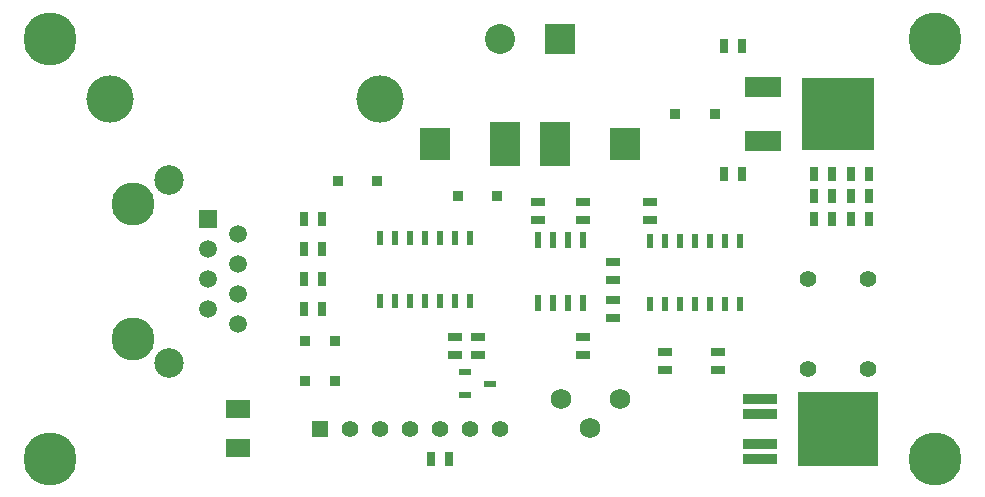
<source format=gts>
G04 (created by PCBNEW (2013-may-18)-stable) date Wed 22 Oct 2014 04:48:08 PM CEST*
%MOIN*%
G04 Gerber Fmt 3.4, Leading zero omitted, Abs format*
%FSLAX34Y34*%
G01*
G70*
G90*
G04 APERTURE LIST*
%ADD10C,0.00590551*%
%ADD11C,0.0689*%
%ADD12C,0.055*%
%ADD13R,0.0394X0.0236*%
%ADD14R,0.0335X0.0335*%
%ADD15R,0.0236X0.0551*%
%ADD16R,0.08X0.06*%
%ADD17R,0.025X0.045*%
%ADD18R,0.045X0.025*%
%ADD19C,0.1437*%
%ADD20R,0.0591X0.0591*%
%ADD21C,0.0591*%
%ADD22C,0.0984252*%
%ADD23R,0.12X0.065*%
%ADD24R,0.24X0.24*%
%ADD25R,0.1004X0.1063*%
%ADD26R,0.1004X0.1496*%
%ADD27R,0.1X0.1*%
%ADD28C,0.1*%
%ADD29R,0.02X0.045*%
%ADD30R,0.055X0.055*%
%ADD31C,0.177165*%
%ADD32R,0.2677X0.2461*%
%ADD33R,0.1181X0.0319*%
%ADD34C,0.1575*%
G04 APERTURE END LIST*
G54D10*
G54D11*
X67234Y-31008D03*
X66250Y-31992D03*
X65266Y-31008D03*
G54D12*
X73500Y-27000D03*
X75500Y-27000D03*
X73500Y-30000D03*
X75500Y-30000D03*
G54D13*
X62084Y-30125D03*
X62916Y-30500D03*
X62084Y-30875D03*
G54D14*
X70409Y-21500D03*
X69091Y-21500D03*
G54D15*
X66000Y-27800D03*
X66000Y-25700D03*
X65500Y-27800D03*
X65000Y-27800D03*
X64500Y-27800D03*
X65500Y-25700D03*
X65000Y-25700D03*
X64500Y-25700D03*
G54D16*
X54500Y-31350D03*
X54500Y-32650D03*
G54D17*
X74950Y-25000D03*
X75550Y-25000D03*
G54D18*
X68750Y-29450D03*
X68750Y-30050D03*
X66000Y-28950D03*
X66000Y-29550D03*
X70500Y-29450D03*
X70500Y-30050D03*
G54D17*
X73700Y-25000D03*
X74300Y-25000D03*
G54D18*
X66000Y-24450D03*
X66000Y-25050D03*
X62500Y-28950D03*
X62500Y-29550D03*
X67000Y-26450D03*
X67000Y-27050D03*
X67000Y-27700D03*
X67000Y-28300D03*
X68250Y-25050D03*
X68250Y-24450D03*
G54D17*
X60950Y-33000D03*
X61550Y-33000D03*
G54D18*
X61750Y-28950D03*
X61750Y-29550D03*
G54D17*
X71300Y-19250D03*
X70700Y-19250D03*
G54D18*
X64500Y-24450D03*
X64500Y-25050D03*
G54D17*
X74950Y-24250D03*
X75550Y-24250D03*
X73700Y-24250D03*
X74300Y-24250D03*
X74950Y-23500D03*
X75550Y-23500D03*
X73700Y-23500D03*
X74300Y-23500D03*
X71300Y-23500D03*
X70700Y-23500D03*
G54D19*
X51000Y-29000D03*
X51000Y-24500D03*
G54D20*
X53500Y-25000D03*
G54D21*
X54500Y-25500D03*
X53500Y-26000D03*
X54500Y-26500D03*
X53500Y-27000D03*
X54500Y-27500D03*
X53500Y-28000D03*
X54500Y-28500D03*
G54D22*
X52200Y-23700D03*
X52200Y-29800D03*
G54D23*
X72000Y-20600D03*
G54D24*
X74500Y-21500D03*
G54D23*
X72000Y-22400D03*
G54D25*
X67431Y-22500D03*
G54D26*
X65069Y-22500D03*
G54D25*
X61069Y-22500D03*
G54D26*
X63431Y-22500D03*
G54D27*
X65250Y-19000D03*
G54D28*
X63250Y-19000D03*
G54D29*
X62250Y-25650D03*
X61750Y-25650D03*
X61250Y-25650D03*
X60750Y-25650D03*
X60250Y-25650D03*
X59750Y-25650D03*
X59250Y-25650D03*
X59250Y-27750D03*
X59750Y-27750D03*
X60250Y-27750D03*
X60750Y-27750D03*
X61250Y-27750D03*
X61750Y-27750D03*
X62250Y-27750D03*
G54D30*
X57250Y-32000D03*
G54D12*
X58250Y-32000D03*
X59250Y-32000D03*
X60250Y-32000D03*
X61250Y-32000D03*
X62250Y-32000D03*
X63250Y-32000D03*
G54D31*
X48250Y-19000D03*
X77750Y-19000D03*
X77750Y-33000D03*
X48250Y-33000D03*
G54D14*
X61841Y-24250D03*
X63159Y-24250D03*
X59159Y-23750D03*
X57841Y-23750D03*
X56750Y-29091D03*
X56750Y-30409D03*
X57750Y-29091D03*
X57750Y-30409D03*
G54D17*
X57300Y-25000D03*
X56700Y-25000D03*
X57300Y-26000D03*
X56700Y-26000D03*
X57300Y-27000D03*
X56700Y-27000D03*
X57300Y-28000D03*
X56700Y-28000D03*
G54D29*
X68250Y-27850D03*
X68750Y-27850D03*
X69250Y-27850D03*
X69750Y-27850D03*
X70250Y-27850D03*
X70750Y-27850D03*
X71250Y-27850D03*
X71250Y-25750D03*
X70750Y-25750D03*
X70250Y-25750D03*
X69750Y-25750D03*
X69250Y-25750D03*
X68750Y-25750D03*
X68250Y-25750D03*
G54D32*
X74500Y-32000D03*
G54D33*
X71902Y-31000D03*
X71902Y-31500D03*
X71902Y-32500D03*
X71902Y-33000D03*
G54D34*
X50250Y-21000D03*
X59250Y-21000D03*
M02*

</source>
